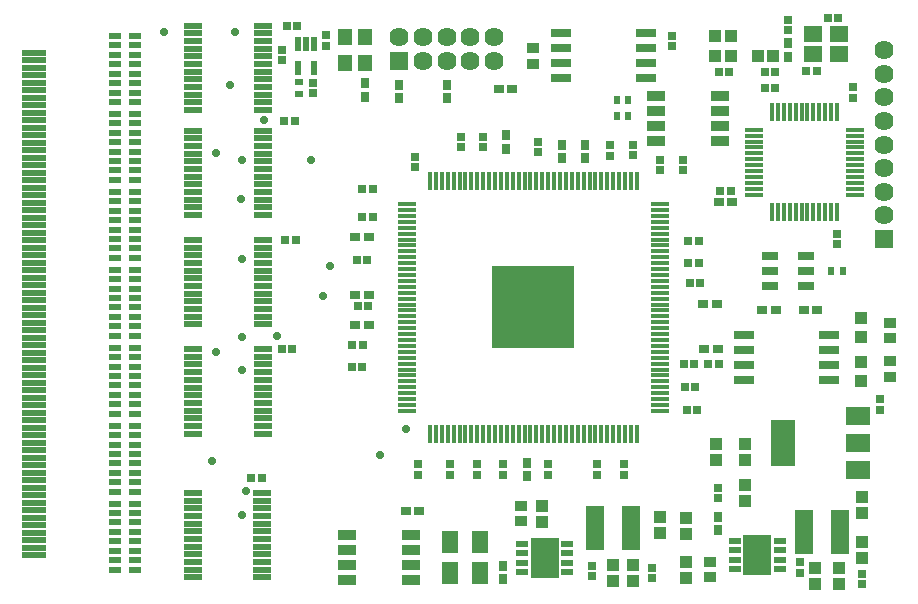
<source format=gts>
G04*
G04 #@! TF.GenerationSoftware,Altium Limited,Altium Designer,24.4.1 (13)*
G04*
G04 Layer_Color=8388736*
%FSLAX44Y44*%
%MOMM*%
G71*
G04*
G04 #@! TF.SameCoordinates,5CD8CDA4-0F32-4F39-920B-777DEE314C42*
G04*
G04*
G04 #@! TF.FilePolarity,Negative*
G04*
G01*
G75*
%ADD45R,0.7600X0.7200*%
%ADD46R,0.5200X1.1700*%
%ADD47R,0.7200X0.6200*%
%ADD48R,1.5950X0.5700*%
%ADD49R,1.0200X0.5700*%
%ADD50R,0.7200X0.7600*%
%ADD51R,1.1200X1.0200*%
%ADD52R,0.6200X0.7200*%
%ADD53R,1.4500X0.6500*%
%ADD54R,0.4200X1.5950*%
%ADD55R,1.5950X0.4200*%
%ADD56R,1.6450X0.8200*%
%ADD57R,1.0700X1.0200*%
%ADD58R,1.7700X0.7700*%
%ADD59R,0.8700X0.7200*%
%ADD60R,1.0700X0.9700*%
%ADD61R,1.0200X1.1200*%
%ADD62R,1.2200X1.4200*%
%ADD63R,0.7200X0.8700*%
%ADD64R,6.9700X6.9700*%
%ADD65R,0.4000X1.5750*%
%ADD66R,1.5750X0.4000*%
%ADD67R,2.1200X1.6200*%
%ADD68R,2.1200X3.9200*%
%ADD69R,1.6200X3.7200*%
%ADD70R,1.0700X0.4700*%
%ADD71R,2.4200X3.3500*%
%ADD72R,1.3500X1.9200*%
%ADD73R,2.1200X0.5000*%
%ADD74R,1.5200X1.3200*%
%ADD75C,1.6200*%
%ADD76R,1.6200X1.6200*%
%ADD77C,0.7200*%
D45*
X393000Y665400D02*
D03*
Y656600D02*
D03*
X419000Y628600D02*
D03*
Y637400D02*
D03*
X876000Y633400D02*
D03*
Y624600D02*
D03*
X732500Y563100D02*
D03*
Y571900D02*
D03*
X430000Y668600D02*
D03*
Y677400D02*
D03*
X609000Y578600D02*
D03*
Y587400D02*
D03*
X690000Y585000D02*
D03*
Y576200D02*
D03*
X712500Y563100D02*
D03*
Y571900D02*
D03*
X670000Y575600D02*
D03*
Y584400D02*
D03*
X899000Y369400D02*
D03*
Y360600D02*
D03*
X884000Y221400D02*
D03*
Y212600D02*
D03*
X831000Y222600D02*
D03*
Y231400D02*
D03*
X655000Y219600D02*
D03*
Y228400D02*
D03*
X706000Y226400D02*
D03*
Y217600D02*
D03*
X544000Y591400D02*
D03*
Y582600D02*
D03*
X682000Y314400D02*
D03*
Y305600D02*
D03*
X535000Y314400D02*
D03*
Y305600D02*
D03*
X505000Y574400D02*
D03*
Y565600D02*
D03*
X507500Y314400D02*
D03*
Y305600D02*
D03*
X617500Y314400D02*
D03*
Y305600D02*
D03*
X557500Y314400D02*
D03*
Y305600D02*
D03*
X563000Y582600D02*
D03*
Y591400D02*
D03*
X659000Y314400D02*
D03*
Y305600D02*
D03*
X580000Y314400D02*
D03*
Y305600D02*
D03*
X722500Y668100D02*
D03*
Y676900D02*
D03*
X762000Y294400D02*
D03*
Y285600D02*
D03*
X862500Y509400D02*
D03*
Y500600D02*
D03*
X821000Y681600D02*
D03*
Y690400D02*
D03*
D46*
X419500Y670000D02*
D03*
X413000D02*
D03*
X406500D02*
D03*
Y650000D02*
D03*
X419500D02*
D03*
D47*
X407000Y628000D02*
D03*
Y638000D02*
D03*
D48*
X376380Y596750D02*
D03*
Y590250D02*
D03*
Y583750D02*
D03*
Y577250D02*
D03*
Y570750D02*
D03*
Y564250D02*
D03*
Y557750D02*
D03*
Y551250D02*
D03*
Y544750D02*
D03*
Y538250D02*
D03*
Y531750D02*
D03*
Y525250D02*
D03*
X317620D02*
D03*
Y531750D02*
D03*
Y538250D02*
D03*
Y544750D02*
D03*
Y551250D02*
D03*
Y557750D02*
D03*
Y564250D02*
D03*
Y570750D02*
D03*
Y577250D02*
D03*
Y583750D02*
D03*
Y590250D02*
D03*
Y596750D02*
D03*
Y685750D02*
D03*
Y679250D02*
D03*
Y672750D02*
D03*
Y666250D02*
D03*
Y659750D02*
D03*
Y653250D02*
D03*
Y646750D02*
D03*
Y640250D02*
D03*
Y633750D02*
D03*
Y627250D02*
D03*
Y620750D02*
D03*
Y614250D02*
D03*
X376380D02*
D03*
Y620750D02*
D03*
Y627250D02*
D03*
Y633750D02*
D03*
Y640250D02*
D03*
Y646750D02*
D03*
Y653250D02*
D03*
Y659750D02*
D03*
Y666250D02*
D03*
Y672750D02*
D03*
Y679250D02*
D03*
Y685750D02*
D03*
Y504250D02*
D03*
Y497750D02*
D03*
Y491250D02*
D03*
Y484750D02*
D03*
Y478250D02*
D03*
Y471750D02*
D03*
Y465250D02*
D03*
Y458750D02*
D03*
Y452250D02*
D03*
Y445750D02*
D03*
Y439250D02*
D03*
Y432750D02*
D03*
X317620D02*
D03*
Y439250D02*
D03*
Y445750D02*
D03*
Y452250D02*
D03*
Y458750D02*
D03*
Y465250D02*
D03*
Y471750D02*
D03*
Y478250D02*
D03*
Y484750D02*
D03*
Y491250D02*
D03*
Y497750D02*
D03*
Y504250D02*
D03*
X376380Y411750D02*
D03*
Y405250D02*
D03*
Y398750D02*
D03*
Y392250D02*
D03*
Y385750D02*
D03*
Y379250D02*
D03*
Y372750D02*
D03*
Y366250D02*
D03*
Y359750D02*
D03*
Y353250D02*
D03*
Y346750D02*
D03*
Y340250D02*
D03*
X317620D02*
D03*
Y346750D02*
D03*
Y353250D02*
D03*
Y359750D02*
D03*
Y366250D02*
D03*
Y372750D02*
D03*
Y379250D02*
D03*
Y385750D02*
D03*
Y392250D02*
D03*
Y398750D02*
D03*
Y405250D02*
D03*
Y411750D02*
D03*
X375760Y290000D02*
D03*
Y283500D02*
D03*
Y277000D02*
D03*
Y270500D02*
D03*
Y264000D02*
D03*
Y257500D02*
D03*
Y251000D02*
D03*
Y244500D02*
D03*
Y238000D02*
D03*
Y231500D02*
D03*
Y225000D02*
D03*
Y218500D02*
D03*
X317000D02*
D03*
Y225000D02*
D03*
Y231500D02*
D03*
Y238000D02*
D03*
Y244500D02*
D03*
Y251000D02*
D03*
Y257500D02*
D03*
Y264000D02*
D03*
Y270500D02*
D03*
Y277000D02*
D03*
Y283500D02*
D03*
Y290000D02*
D03*
D49*
X268500Y621000D02*
D03*
Y629000D02*
D03*
Y645000D02*
D03*
Y637000D02*
D03*
Y661000D02*
D03*
Y677000D02*
D03*
Y669000D02*
D03*
Y653000D02*
D03*
X251500D02*
D03*
Y669000D02*
D03*
Y677000D02*
D03*
Y661000D02*
D03*
Y637000D02*
D03*
Y645000D02*
D03*
Y629000D02*
D03*
Y621000D02*
D03*
X268500Y225000D02*
D03*
Y233000D02*
D03*
Y249000D02*
D03*
Y241000D02*
D03*
Y265000D02*
D03*
Y281000D02*
D03*
Y273000D02*
D03*
Y257000D02*
D03*
X251500D02*
D03*
Y273000D02*
D03*
Y281000D02*
D03*
Y265000D02*
D03*
Y241000D02*
D03*
Y249000D02*
D03*
Y233000D02*
D03*
Y225000D02*
D03*
X268500Y291000D02*
D03*
Y299000D02*
D03*
Y315000D02*
D03*
Y307000D02*
D03*
Y331000D02*
D03*
Y347000D02*
D03*
Y339000D02*
D03*
Y323000D02*
D03*
X251500D02*
D03*
Y339000D02*
D03*
Y347000D02*
D03*
Y331000D02*
D03*
Y307000D02*
D03*
Y315000D02*
D03*
Y299000D02*
D03*
Y291000D02*
D03*
X268500Y357000D02*
D03*
Y365000D02*
D03*
Y381000D02*
D03*
Y373000D02*
D03*
Y397000D02*
D03*
Y413000D02*
D03*
Y405000D02*
D03*
Y389000D02*
D03*
X251500D02*
D03*
Y405000D02*
D03*
Y413000D02*
D03*
Y397000D02*
D03*
Y373000D02*
D03*
Y381000D02*
D03*
Y365000D02*
D03*
Y357000D02*
D03*
X268500Y555000D02*
D03*
Y563000D02*
D03*
Y579000D02*
D03*
Y571000D02*
D03*
Y595000D02*
D03*
Y611000D02*
D03*
Y603000D02*
D03*
Y587000D02*
D03*
X251500D02*
D03*
Y603000D02*
D03*
Y611000D02*
D03*
Y595000D02*
D03*
Y571000D02*
D03*
Y579000D02*
D03*
Y563000D02*
D03*
Y555000D02*
D03*
X268500Y489000D02*
D03*
Y497000D02*
D03*
Y513000D02*
D03*
Y505000D02*
D03*
Y529000D02*
D03*
Y545000D02*
D03*
Y537000D02*
D03*
Y521000D02*
D03*
X251500D02*
D03*
Y537000D02*
D03*
Y545000D02*
D03*
Y529000D02*
D03*
Y505000D02*
D03*
Y513000D02*
D03*
Y497000D02*
D03*
Y489000D02*
D03*
X268500Y423000D02*
D03*
Y431000D02*
D03*
Y447000D02*
D03*
Y439000D02*
D03*
Y463000D02*
D03*
Y479000D02*
D03*
Y471000D02*
D03*
Y455000D02*
D03*
X251500D02*
D03*
Y471000D02*
D03*
Y479000D02*
D03*
Y463000D02*
D03*
Y439000D02*
D03*
Y447000D02*
D03*
Y431000D02*
D03*
Y423000D02*
D03*
D50*
X366600Y303000D02*
D03*
X375400D02*
D03*
X396600Y685000D02*
D03*
X405400D02*
D03*
X763600Y546000D02*
D03*
X772400D02*
D03*
X460600Y524000D02*
D03*
X469400D02*
D03*
X741400Y399000D02*
D03*
X732600D02*
D03*
X745400Y503000D02*
D03*
X736600D02*
D03*
X845400Y647000D02*
D03*
X836600D02*
D03*
X863400Y691750D02*
D03*
X854600D02*
D03*
X771400Y646000D02*
D03*
X762600D02*
D03*
X810400D02*
D03*
X801600D02*
D03*
X762400Y399000D02*
D03*
X753600D02*
D03*
X735600Y360000D02*
D03*
X744400D02*
D03*
X469400Y547500D02*
D03*
X460600D02*
D03*
X738100Y467500D02*
D03*
X746900D02*
D03*
X460400Y397000D02*
D03*
X451600D02*
D03*
X465400Y448000D02*
D03*
X456600D02*
D03*
X464900Y487000D02*
D03*
X456100D02*
D03*
X736600Y485000D02*
D03*
X745400D02*
D03*
X733600Y380000D02*
D03*
X742400D02*
D03*
X460900Y415000D02*
D03*
X452100D02*
D03*
X810400Y633000D02*
D03*
X801600D02*
D03*
X392600Y412000D02*
D03*
X401400D02*
D03*
X394600Y605000D02*
D03*
X403400D02*
D03*
X395600Y504000D02*
D03*
X404400D02*
D03*
D51*
X844000Y213250D02*
D03*
Y226750D02*
D03*
X864000D02*
D03*
Y213250D02*
D03*
X690000Y229250D02*
D03*
Y215750D02*
D03*
X672500Y229250D02*
D03*
Y215750D02*
D03*
X612500Y279250D02*
D03*
Y265750D02*
D03*
X760000Y318250D02*
D03*
Y331750D02*
D03*
X735000Y218250D02*
D03*
Y231750D02*
D03*
Y268750D02*
D03*
Y255250D02*
D03*
X712500Y269250D02*
D03*
Y255750D02*
D03*
X785000Y318250D02*
D03*
Y331750D02*
D03*
X884000Y235250D02*
D03*
Y248750D02*
D03*
Y286750D02*
D03*
Y273250D02*
D03*
X785000Y283250D02*
D03*
Y296750D02*
D03*
D52*
X867500Y477500D02*
D03*
X857500D02*
D03*
X676000Y623000D02*
D03*
X686000D02*
D03*
X676000Y609000D02*
D03*
X686000D02*
D03*
D53*
X805750Y465300D02*
D03*
Y478000D02*
D03*
Y490700D02*
D03*
X836250D02*
D03*
Y478000D02*
D03*
Y465300D02*
D03*
D54*
X862500Y612380D02*
D03*
X857500D02*
D03*
X852500D02*
D03*
X847500D02*
D03*
X842500D02*
D03*
X837500D02*
D03*
X832500D02*
D03*
X827500D02*
D03*
X822500D02*
D03*
X817500D02*
D03*
X812500D02*
D03*
X807500D02*
D03*
Y527620D02*
D03*
X812500D02*
D03*
X817500D02*
D03*
X822500D02*
D03*
X827500D02*
D03*
X832500D02*
D03*
X837500D02*
D03*
X842500D02*
D03*
X847500D02*
D03*
X852500D02*
D03*
X857500D02*
D03*
X862500D02*
D03*
D55*
X792620Y597500D02*
D03*
Y592500D02*
D03*
Y587500D02*
D03*
Y582500D02*
D03*
Y577500D02*
D03*
Y572500D02*
D03*
Y567500D02*
D03*
Y562500D02*
D03*
Y557500D02*
D03*
Y552500D02*
D03*
Y547500D02*
D03*
Y542500D02*
D03*
X877380D02*
D03*
Y547500D02*
D03*
Y552500D02*
D03*
Y557500D02*
D03*
Y562500D02*
D03*
Y567500D02*
D03*
Y572500D02*
D03*
Y577500D02*
D03*
Y582500D02*
D03*
Y587500D02*
D03*
Y592500D02*
D03*
Y597500D02*
D03*
D56*
X763120Y587950D02*
D03*
Y600650D02*
D03*
Y613350D02*
D03*
Y626050D02*
D03*
X708880D02*
D03*
Y613350D02*
D03*
Y600650D02*
D03*
Y587950D02*
D03*
X447880Y254050D02*
D03*
Y241350D02*
D03*
Y228650D02*
D03*
Y215950D02*
D03*
X502120D02*
D03*
Y228650D02*
D03*
Y241350D02*
D03*
Y254050D02*
D03*
D57*
X882500Y384500D02*
D03*
Y400500D02*
D03*
Y422000D02*
D03*
Y438000D02*
D03*
D58*
X784000Y424050D02*
D03*
Y411350D02*
D03*
Y398650D02*
D03*
Y385950D02*
D03*
X856000D02*
D03*
Y398650D02*
D03*
Y411350D02*
D03*
Y424050D02*
D03*
X629000Y640950D02*
D03*
Y653650D02*
D03*
Y666350D02*
D03*
Y679050D02*
D03*
X701000D02*
D03*
Y666350D02*
D03*
Y653650D02*
D03*
Y640950D02*
D03*
D59*
X760750Y450000D02*
D03*
X749250D02*
D03*
X576250Y632000D02*
D03*
X587750D02*
D03*
X750250Y412000D02*
D03*
X761750D02*
D03*
X799250Y445000D02*
D03*
X810750D02*
D03*
X845750D02*
D03*
X834250D02*
D03*
X497250Y275000D02*
D03*
X508750D02*
D03*
X773750Y536000D02*
D03*
X762250D02*
D03*
X454750Y458000D02*
D03*
X466250D02*
D03*
X454750Y432000D02*
D03*
X466250D02*
D03*
Y507000D02*
D03*
X454750D02*
D03*
D60*
X907500Y421000D02*
D03*
Y434000D02*
D03*
X755000Y231500D02*
D03*
Y218500D02*
D03*
X595000Y279000D02*
D03*
Y266000D02*
D03*
X907500Y401500D02*
D03*
Y388500D02*
D03*
X605000Y653500D02*
D03*
Y666500D02*
D03*
D61*
X772750Y660000D02*
D03*
X759250D02*
D03*
X795250D02*
D03*
X808750D02*
D03*
X759250Y677000D02*
D03*
X772750D02*
D03*
D62*
X446000Y676000D02*
D03*
X463000D02*
D03*
X446000Y654000D02*
D03*
X463000D02*
D03*
D63*
Y625250D02*
D03*
Y636750D02*
D03*
X762000Y258250D02*
D03*
Y269750D02*
D03*
X580000Y216750D02*
D03*
Y228250D02*
D03*
X821000Y659250D02*
D03*
Y670750D02*
D03*
X600000Y304250D02*
D03*
Y315750D02*
D03*
X582000Y592750D02*
D03*
Y581250D02*
D03*
X630000Y584750D02*
D03*
Y573250D02*
D03*
X532000Y635750D02*
D03*
Y624250D02*
D03*
X492000D02*
D03*
Y635750D02*
D03*
X649000Y584750D02*
D03*
Y573250D02*
D03*
D64*
X605500Y447000D02*
D03*
D65*
X693000Y554380D02*
D03*
X688000D02*
D03*
X683000D02*
D03*
X678000D02*
D03*
X673000D02*
D03*
X668000D02*
D03*
X663000D02*
D03*
X653000D02*
D03*
X648000D02*
D03*
X643000D02*
D03*
X623000D02*
D03*
X618000D02*
D03*
X613000D02*
D03*
X658000D02*
D03*
X603000D02*
D03*
X608000D02*
D03*
X593000D02*
D03*
X598000D02*
D03*
X588000D02*
D03*
X583000D02*
D03*
X578000D02*
D03*
X638000D02*
D03*
X633000D02*
D03*
X628000D02*
D03*
X573000D02*
D03*
X568000D02*
D03*
X563000D02*
D03*
X558000D02*
D03*
X553000D02*
D03*
X548000D02*
D03*
X543000D02*
D03*
X538000D02*
D03*
X533000D02*
D03*
X528000D02*
D03*
X523000D02*
D03*
X518000D02*
D03*
X693000Y339620D02*
D03*
X688000D02*
D03*
X683000D02*
D03*
X678000D02*
D03*
X673000D02*
D03*
X668000D02*
D03*
X663000D02*
D03*
X658000D02*
D03*
X653000D02*
D03*
X648000D02*
D03*
X643000D02*
D03*
X638000D02*
D03*
X633000D02*
D03*
X628000D02*
D03*
X623000D02*
D03*
X618000D02*
D03*
X608000D02*
D03*
X613000D02*
D03*
X603000D02*
D03*
X598000D02*
D03*
X593000D02*
D03*
X588000D02*
D03*
X583000D02*
D03*
X578000D02*
D03*
X573000D02*
D03*
X568000D02*
D03*
X563000D02*
D03*
X558000D02*
D03*
X553000D02*
D03*
X548000D02*
D03*
X543000D02*
D03*
X538000D02*
D03*
X533000D02*
D03*
X528000D02*
D03*
X523000D02*
D03*
X518000D02*
D03*
D66*
X498120Y359500D02*
D03*
Y364500D02*
D03*
Y369500D02*
D03*
Y374500D02*
D03*
Y379500D02*
D03*
Y384500D02*
D03*
Y389500D02*
D03*
Y394500D02*
D03*
Y399500D02*
D03*
Y404500D02*
D03*
Y409500D02*
D03*
Y414500D02*
D03*
Y419500D02*
D03*
Y424500D02*
D03*
Y429500D02*
D03*
Y434500D02*
D03*
Y439500D02*
D03*
Y444500D02*
D03*
Y449500D02*
D03*
Y454500D02*
D03*
Y459500D02*
D03*
Y464500D02*
D03*
Y469500D02*
D03*
Y474500D02*
D03*
Y479500D02*
D03*
Y484500D02*
D03*
Y489500D02*
D03*
Y494500D02*
D03*
Y499500D02*
D03*
Y504500D02*
D03*
Y509500D02*
D03*
Y514500D02*
D03*
Y519500D02*
D03*
Y524500D02*
D03*
Y529500D02*
D03*
Y534500D02*
D03*
X712880Y359500D02*
D03*
Y364500D02*
D03*
Y369500D02*
D03*
Y374500D02*
D03*
Y379500D02*
D03*
Y384500D02*
D03*
Y389500D02*
D03*
Y394500D02*
D03*
Y399500D02*
D03*
Y404500D02*
D03*
Y409500D02*
D03*
Y414500D02*
D03*
Y419500D02*
D03*
Y424500D02*
D03*
Y429500D02*
D03*
Y459500D02*
D03*
Y434500D02*
D03*
Y504500D02*
D03*
Y439500D02*
D03*
Y444500D02*
D03*
Y469500D02*
D03*
Y514500D02*
D03*
Y449500D02*
D03*
Y454500D02*
D03*
Y509500D02*
D03*
Y464500D02*
D03*
Y519500D02*
D03*
Y474500D02*
D03*
Y479500D02*
D03*
Y484500D02*
D03*
Y489500D02*
D03*
Y494500D02*
D03*
Y499500D02*
D03*
Y524500D02*
D03*
Y529500D02*
D03*
Y534500D02*
D03*
D67*
X880000Y309500D02*
D03*
Y332500D02*
D03*
Y355500D02*
D03*
D68*
X817000Y332500D02*
D03*
D69*
X864750Y257250D02*
D03*
X834250D02*
D03*
X657250Y260000D02*
D03*
X687750D02*
D03*
D70*
X776000Y249500D02*
D03*
Y241500D02*
D03*
Y233500D02*
D03*
Y225500D02*
D03*
X814000D02*
D03*
Y233500D02*
D03*
Y241500D02*
D03*
Y249500D02*
D03*
X596000Y247000D02*
D03*
Y239000D02*
D03*
Y231000D02*
D03*
Y223000D02*
D03*
X634000D02*
D03*
Y231000D02*
D03*
Y239000D02*
D03*
Y247000D02*
D03*
D71*
X795000Y237500D02*
D03*
X615000Y235000D02*
D03*
D72*
X535000Y221900D02*
D03*
Y248100D02*
D03*
X560000Y221900D02*
D03*
Y248100D02*
D03*
D73*
X183000Y624625D02*
D03*
Y618275D02*
D03*
Y611925D02*
D03*
Y605575D02*
D03*
Y662725D02*
D03*
Y650025D02*
D03*
Y637325D02*
D03*
Y599225D02*
D03*
Y586525D02*
D03*
Y573825D02*
D03*
Y561125D02*
D03*
Y548425D02*
D03*
Y535725D02*
D03*
Y523025D02*
D03*
Y510325D02*
D03*
Y497625D02*
D03*
Y484925D02*
D03*
Y472225D02*
D03*
Y459525D02*
D03*
Y446825D02*
D03*
Y434125D02*
D03*
Y421425D02*
D03*
Y408725D02*
D03*
Y396025D02*
D03*
Y383325D02*
D03*
Y370625D02*
D03*
Y357925D02*
D03*
Y345225D02*
D03*
Y332525D02*
D03*
Y319825D02*
D03*
Y307125D02*
D03*
Y294425D02*
D03*
Y281725D02*
D03*
Y269025D02*
D03*
Y256325D02*
D03*
Y243625D02*
D03*
Y656375D02*
D03*
Y643675D02*
D03*
Y630975D02*
D03*
Y592875D02*
D03*
Y580175D02*
D03*
Y567475D02*
D03*
Y554775D02*
D03*
Y542075D02*
D03*
Y529375D02*
D03*
Y516675D02*
D03*
Y503975D02*
D03*
Y491275D02*
D03*
Y478575D02*
D03*
Y465875D02*
D03*
Y453175D02*
D03*
Y440475D02*
D03*
Y427775D02*
D03*
Y415075D02*
D03*
Y402375D02*
D03*
Y389675D02*
D03*
Y376975D02*
D03*
Y364275D02*
D03*
Y351575D02*
D03*
Y338875D02*
D03*
Y326175D02*
D03*
Y313475D02*
D03*
Y300775D02*
D03*
Y288075D02*
D03*
Y275375D02*
D03*
Y262675D02*
D03*
Y249975D02*
D03*
Y237275D02*
D03*
D74*
X842000Y678500D02*
D03*
X864000D02*
D03*
Y661500D02*
D03*
X842000D02*
D03*
D75*
X902500Y565000D02*
D03*
Y585000D02*
D03*
Y605000D02*
D03*
Y525000D02*
D03*
Y545000D02*
D03*
Y625000D02*
D03*
Y645000D02*
D03*
Y665000D02*
D03*
X572000Y676000D02*
D03*
Y656000D02*
D03*
X552000Y676000D02*
D03*
Y656000D02*
D03*
X532000Y676000D02*
D03*
Y656000D02*
D03*
X512000Y676000D02*
D03*
Y656000D02*
D03*
X492000Y676000D02*
D03*
D76*
X902500Y505000D02*
D03*
X492000Y656000D02*
D03*
D77*
X333250Y316750D02*
D03*
X362000Y292000D02*
D03*
X359000Y271000D02*
D03*
X476000Y322000D02*
D03*
X498000Y344000D02*
D03*
X388000Y423000D02*
D03*
X359000Y394000D02*
D03*
X337000Y409000D02*
D03*
X359000Y422000D02*
D03*
Y488000D02*
D03*
X427000Y457000D02*
D03*
X433000Y482000D02*
D03*
X417000Y572000D02*
D03*
X358000Y539000D02*
D03*
X359000Y572000D02*
D03*
X377000Y606000D02*
D03*
X353000Y680000D02*
D03*
X293000D02*
D03*
X337000Y578000D02*
D03*
X349000Y635000D02*
D03*
M02*

</source>
